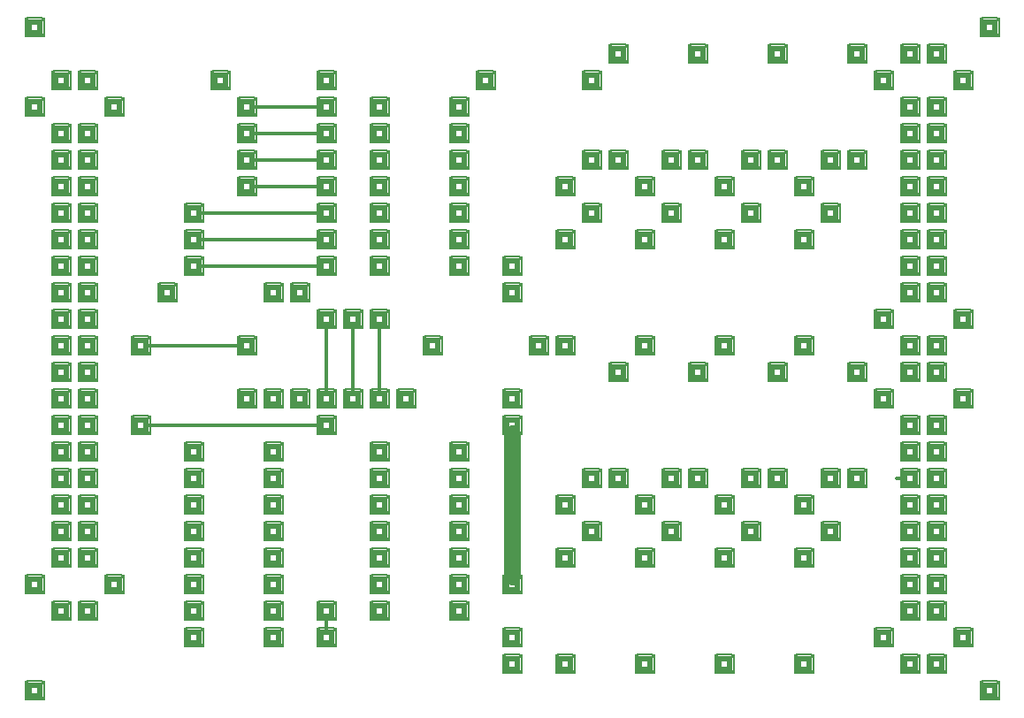
<source format=gtl>
%MOIN*%
%FSLAX23Y23*%
%ADD10C,.012*%
%ADD11C,.062*%
%ADD12C,.050X.024*%
%ADD13R,.062X.062X.024*%
%ADD14C,.016*%
%ADD15R,.008X.062*%
%ADD16R,.062X.008*%
%ADD17C,.008*%
%LPD*%
G90*X0Y0D02*D13*X50Y100D03*D14*X81Y131D03*Y69D03* 
X19Y131D03*Y69D03*D15*X85Y100D03*X15D03*D16*      
X50Y135D03*Y65D03*D13*X250Y400D03*D14*X281Y431D03*
Y369D03*X219Y431D03*Y369D03*D15*X285Y400D03*      
X215D03*D16*X250Y435D03*Y365D03*D13*X150Y400D03*  
D14*X181Y431D03*Y369D03*X119Y431D03*Y369D03*D15*  
X185Y400D03*X115D03*D16*X150Y435D03*Y365D03*D13*  
X350Y500D03*D14*X381Y531D03*Y469D03*X319Y531D03*  
Y469D03*D15*X385Y500D03*X315D03*D16*X350Y535D03*  
Y465D03*D13*X50Y500D03*D14*X81Y531D03*Y469D03*    
X19Y531D03*Y469D03*D15*X85Y500D03*X15D03*D16*     
X50Y535D03*Y465D03*D13*X250Y600D03*D14*           
X281Y631D03*Y569D03*X219Y631D03*Y569D03*D15*      
X285Y600D03*X215D03*D16*X250Y635D03*Y565D03*D13*  
X150Y600D03*D14*X181Y631D03*Y569D03*X119Y631D03*  
Y569D03*D15*X185Y600D03*X115D03*D16*X150Y635D03*  
Y565D03*D13*X650Y300D03*D14*X681Y331D03*Y269D03*  
X619Y331D03*Y269D03*D15*X685Y300D03*X615D03*D16*  
X650Y335D03*Y265D03*D13*Y400D03*D14*X681Y431D03*  
Y369D03*X619Y431D03*Y369D03*D15*X685Y400D03*      
X615D03*D16*X650Y435D03*Y365D03*D13*Y500D03*D14*  
X681Y531D03*Y469D03*X619Y531D03*Y469D03*D15*      
X685Y500D03*X615D03*D16*X650Y535D03*Y465D03*D13*  
Y600D03*D14*X681Y631D03*Y569D03*X619Y631D03*      
Y569D03*D15*X685Y600D03*X615D03*D16*X650Y635D03*  
Y565D03*D13*Y700D03*D14*X681Y731D03*Y669D03*      
X619Y731D03*Y669D03*D15*X685Y700D03*X615D03*D16*  
X650Y735D03*Y665D03*D13*X250Y700D03*D14*          
X281Y731D03*Y669D03*X219Y731D03*Y669D03*D15*      
X285Y700D03*X215D03*D16*X250Y735D03*Y665D03*D13*  
X150Y700D03*D14*X181Y731D03*Y669D03*X119Y731D03*  
Y669D03*D15*X185Y700D03*X115D03*D16*X150Y735D03*  
Y665D03*D13*X650Y800D03*D14*X681Y831D03*Y769D03*  
X619Y831D03*Y769D03*D15*X685Y800D03*X615D03*D16*  
X650Y835D03*Y765D03*D13*X250Y800D03*D14*          
X281Y831D03*Y769D03*X219Y831D03*Y769D03*D15*      
X285Y800D03*X215D03*D16*X250Y835D03*Y765D03*D13*  
X150Y800D03*D14*X181Y831D03*Y769D03*X119Y831D03*  
Y769D03*D15*X185Y800D03*X115D03*D16*X150Y835D03*  
Y765D03*D13*X650Y900D03*D14*X681Y931D03*Y869D03*  
X619Y931D03*Y869D03*D15*X685Y900D03*X615D03*D16*  
X650Y935D03*Y865D03*D13*X250Y900D03*D14*          
X281Y931D03*Y869D03*X219Y931D03*Y869D03*D15*      
X285Y900D03*X215D03*D16*X250Y935D03*Y865D03*D13*  
X150Y900D03*D14*X181Y931D03*Y869D03*X119Y931D03*  
Y869D03*D15*X185Y900D03*X115D03*D16*X150Y935D03*  
Y865D03*D13*X950Y300D03*D14*X981Y331D03*Y269D03*  
X919Y331D03*Y269D03*D15*X985Y300D03*X915D03*D16*  
X950Y335D03*Y265D03*D13*Y400D03*D14*X981Y431D03*  
Y369D03*X919Y431D03*Y369D03*D15*X985Y400D03*      
X915D03*D16*X950Y435D03*Y365D03*D13*Y500D03*D14*  
X981Y531D03*Y469D03*X919Y531D03*Y469D03*D15*      
X985Y500D03*X915D03*D16*X950Y535D03*Y465D03*D13*  
Y600D03*D14*X981Y631D03*Y569D03*X919Y631D03*      
Y569D03*D15*X985Y600D03*X915D03*D16*X950Y635D03*  
Y565D03*D13*Y700D03*D14*X981Y731D03*Y669D03*      
X919Y731D03*Y669D03*D15*X985Y700D03*X915D03*D16*  
X950Y735D03*Y665D03*D13*Y800D03*D14*X981Y831D03*  
Y769D03*X919Y831D03*Y769D03*D15*X985Y800D03*      
X915D03*D16*X950Y835D03*Y765D03*D13*Y900D03*D14*  
X981Y931D03*Y869D03*X919Y931D03*Y869D03*D15*      
X985Y900D03*X915D03*D16*X950Y935D03*Y865D03*D13*  
Y1000D03*D14*X981Y1031D03*Y969D03*X919Y1031D03*   
Y969D03*D15*X985Y1000D03*X915D03*D16*X950Y1035D03*
Y965D03*D13*X650Y1000D03*D14*X681Y1031D03*Y969D03*
X619Y1031D03*Y969D03*D15*X685Y1000D03*X615D03*D16*
X650Y1035D03*Y965D03*D13*X250Y1000D03*D14*        
X281Y1031D03*Y969D03*X219Y1031D03*Y969D03*D15*    
X285Y1000D03*X215D03*D16*X250Y1035D03*Y965D03*D13*
X150Y1000D03*D14*X181Y1031D03*Y969D03*            
X119Y1031D03*Y969D03*D15*X185Y1000D03*X115D03*D16*
X150Y1035D03*Y965D03*D13*X450Y1100D03*D14*        
X481Y1131D03*Y1069D03*X419Y1131D03*Y1069D03*D15*  
X485Y1100D03*X415D03*D16*X450Y1135D03*Y1065D03*   
X481Y1100D02*D10*X1119D01*D13*X1150D03*D14*       
X1181Y1131D03*Y1069D03*X1119Y1131D03*Y1069D03*D15*
X1185Y1100D03*X1115D03*D16*X1150Y1135D03*Y1065D03*
D13*X1250Y1200D03*D14*X1281Y1231D03*Y1169D03*     
X1219Y1231D03*Y1169D03*D15*X1285Y1200D03*X1215D03*
D16*X1250Y1235D03*Y1165D03*Y1231D02*D10*Y1469D01* 
D13*Y1500D03*D14*X1281Y1531D03*Y1469D03*          
X1219Y1531D03*Y1469D03*D15*X1285Y1500D03*X1215D03*
D16*X1250Y1535D03*Y1465D03*D13*X1350Y1500D03*D14* 
X1381Y1531D03*Y1469D03*X1319Y1531D03*Y1469D03*D15*
X1385Y1500D03*X1315D03*D16*X1350Y1535D03*Y1465D03*
Y1469D02*D10*Y1231D01*D13*Y1200D03*D14*           
X1381Y1231D03*Y1169D03*X1319Y1231D03*Y1169D03*D15*
X1385Y1200D03*X1315D03*D16*X1350Y1235D03*Y1165D03*
D13*X1450Y1200D03*D14*X1481Y1231D03*Y1169D03*     
X1419Y1231D03*Y1169D03*D15*X1485Y1200D03*X1415D03*
D16*X1450Y1235D03*Y1165D03*D13*X1550Y1400D03*D14* 
X1581Y1431D03*Y1369D03*X1519Y1431D03*Y1369D03*D15*
X1585Y1400D03*X1515D03*D16*X1550Y1435D03*Y1365D03*
D13*X1150Y1200D03*D14*X1181Y1231D03*Y1169D03*     
X1119Y1231D03*Y1169D03*D15*X1185Y1200D03*X1115D03*
D16*X1150Y1235D03*Y1165D03*Y1231D02*D10*Y1469D01* 
D13*Y1500D03*D14*X1181Y1531D03*Y1469D03*          
X1119Y1531D03*Y1469D03*D15*X1185Y1500D03*X1115D03*
D16*X1150Y1535D03*Y1465D03*D13*X1050Y1600D03*D14* 
X1081Y1631D03*Y1569D03*X1019Y1631D03*Y1569D03*D15*
X1085Y1600D03*X1015D03*D16*X1050Y1635D03*Y1565D03*
D13*X1350Y1700D03*D14*X1381Y1731D03*Y1669D03*     
X1319Y1731D03*Y1669D03*D15*X1385Y1700D03*X1315D03*
D16*X1350Y1735D03*Y1665D03*D13*X950Y1600D03*D14*  
X981Y1631D03*Y1569D03*X919Y1631D03*Y1569D03*D15*  
X985Y1600D03*X915D03*D16*X950Y1635D03*Y1565D03*   
D13*X1150Y1700D03*D14*X1181Y1731D03*Y1669D03*     
X1119Y1731D03*Y1669D03*D15*X1185Y1700D03*X1115D03*
D16*X1150Y1735D03*Y1665D03*X1119Y1700D02*D10*     
X681D01*D13*X650D03*D14*X681Y1731D03*Y1669D03*    
X619Y1731D03*Y1669D03*D15*X685Y1700D03*X615D03*   
D16*X650Y1735D03*Y1665D03*D13*X550Y1600D03*D14*   
X581Y1631D03*Y1569D03*X519Y1631D03*Y1569D03*D15*  
X585Y1600D03*X515D03*D16*X550Y1635D03*Y1565D03*   
D13*X650Y1800D03*D14*X681Y1831D03*Y1769D03*       
X619Y1831D03*Y1769D03*D15*X685Y1800D03*X615D03*   
D16*X650Y1835D03*Y1765D03*X681Y1800D02*D10*       
X1119D01*D13*X1150D03*D14*X1181Y1831D03*Y1769D03* 
X1119Y1831D03*Y1769D03*D15*X1185Y1800D03*X1115D03*
D16*X1150Y1835D03*Y1765D03*D13*Y1900D03*D14*      
X1181Y1931D03*Y1869D03*X1119Y1931D03*Y1869D03*D15*
X1185Y1900D03*X1115D03*D16*X1150Y1935D03*Y1865D03*
X1119Y1900D02*D10*X681D01*D13*X650D03*D14*        
X681Y1931D03*Y1869D03*X619Y1931D03*Y1869D03*D15*  
X685Y1900D03*X615D03*D16*X650Y1935D03*Y1865D03*   
D13*X850Y2100D03*D14*X881Y2131D03*Y2069D03*       
X819Y2131D03*Y2069D03*D15*X885Y2100D03*X815D03*   
D16*X850Y2135D03*Y2065D03*X881Y2100D02*D10*       
X1119D01*D13*X1150D03*D14*X1181Y2131D03*Y2069D03* 
X1119Y2131D03*Y2069D03*D15*X1185Y2100D03*X1115D03*
D16*X1150Y2135D03*Y2065D03*D13*Y2200D03*D14*      
X1181Y2231D03*Y2169D03*X1119Y2231D03*Y2169D03*D15*
X1185Y2200D03*X1115D03*D16*X1150Y2235D03*Y2165D03*
X1119Y2200D02*D10*X881D01*D13*X850D03*D14*        
X881Y2231D03*Y2169D03*X819Y2231D03*Y2169D03*D15*  
X885Y2200D03*X815D03*D16*X850Y2235D03*Y2165D03*   
D13*Y2300D03*D14*X881Y2331D03*Y2269D03*           
X819Y2331D03*Y2269D03*D15*X885Y2300D03*X815D03*   
D16*X850Y2335D03*Y2265D03*X881Y2300D02*D10*       
X1119D01*D13*X1150D03*D14*X1181Y2331D03*Y2269D03* 
X1119Y2331D03*Y2269D03*D15*X1185Y2300D03*X1115D03*
D16*X1150Y2335D03*Y2265D03*D13*Y2400D03*D14*      
X1181Y2431D03*Y2369D03*X1119Y2431D03*Y2369D03*D15*
X1185Y2400D03*X1115D03*D16*X1150Y2435D03*Y2365D03*
D13*X1350Y2100D03*D14*X1381Y2131D03*Y2069D03*     
X1319Y2131D03*Y2069D03*D15*X1385Y2100D03*X1315D03*
D16*X1350Y2135D03*Y2065D03*D13*Y2200D03*D14*      
X1381Y2231D03*Y2169D03*X1319Y2231D03*Y2169D03*D15*
X1385Y2200D03*X1315D03*D16*X1350Y2235D03*Y2165D03*
D13*Y2300D03*D14*X1381Y2331D03*Y2269D03*          
X1319Y2331D03*Y2269D03*D15*X1385Y2300D03*X1315D03*
D16*X1350Y2335D03*Y2265D03*D13*X850Y2000D03*D14*  
X881Y2031D03*Y1969D03*X819Y2031D03*Y1969D03*D15*  
X885Y2000D03*X815D03*D16*X850Y2035D03*Y1965D03*   
X881Y2000D02*D10*X1119D01*D13*X1150D03*D14*       
X1181Y2031D03*Y1969D03*X1119Y2031D03*Y1969D03*D15*
X1185Y2000D03*X1115D03*D16*X1150Y2035D03*Y1965D03*
D13*X1350Y1800D03*D14*X1381Y1831D03*Y1769D03*     
X1319Y1831D03*Y1769D03*D15*X1385Y1800D03*X1315D03*
D16*X1350Y1835D03*Y1765D03*D13*Y1900D03*D14*      
X1381Y1931D03*Y1869D03*X1319Y1931D03*Y1869D03*D15*
X1385Y1900D03*X1315D03*D16*X1350Y1935D03*Y1865D03*
D13*Y2000D03*D14*X1381Y2031D03*Y1969D03*          
X1319Y2031D03*Y1969D03*D15*X1385Y2000D03*X1315D03*
D16*X1350Y2035D03*Y1965D03*D13*X750Y2400D03*D14*  
X781Y2431D03*Y2369D03*X719Y2431D03*Y2369D03*D15*  
X785Y2400D03*X715D03*D16*X750Y2435D03*Y2365D03*   
D13*X1650Y1700D03*D14*X1681Y1731D03*Y1669D03*     
X1619Y1731D03*Y1669D03*D15*X1685Y1700D03*X1615D03*
D16*X1650Y1735D03*Y1665D03*D13*Y1800D03*D14*      
X1681Y1831D03*Y1769D03*X1619Y1831D03*Y1769D03*D15*
X1685Y1800D03*X1615D03*D16*X1650Y1835D03*Y1765D03*
D13*Y1900D03*D14*X1681Y1931D03*Y1869D03*          
X1619Y1931D03*Y1869D03*D15*X1685Y1900D03*X1615D03*
D16*X1650Y1935D03*Y1865D03*D13*Y2000D03*D14*      
X1681Y2031D03*Y1969D03*X1619Y2031D03*Y1969D03*D15*
X1685Y2000D03*X1615D03*D16*X1650Y2035D03*Y1965D03*
D13*Y2100D03*D14*X1681Y2131D03*Y2069D03*          
X1619Y2131D03*Y2069D03*D15*X1685Y2100D03*X1615D03*
D16*X1650Y2135D03*Y2065D03*D13*Y2200D03*D14*      
X1681Y2231D03*Y2169D03*X1619Y2231D03*Y2169D03*D15*
X1685Y2200D03*X1615D03*D16*X1650Y2235D03*Y2165D03*
D13*Y2300D03*D14*X1681Y2331D03*Y2269D03*          
X1619Y2331D03*Y2269D03*D15*X1685Y2300D03*X1615D03*
D16*X1650Y2335D03*Y2265D03*D13*X850Y1400D03*D14*  
X881Y1431D03*Y1369D03*X819Y1431D03*Y1369D03*D15*  
X885Y1400D03*X815D03*D16*X850Y1435D03*Y1365D03*   
X819Y1400D02*D10*X481D01*D13*X450D03*D14*         
X481Y1431D03*Y1369D03*X419Y1431D03*Y1369D03*D15*  
X485Y1400D03*X415D03*D16*X450Y1435D03*Y1365D03*   
D13*X250Y1600D03*D14*X281Y1631D03*Y1569D03*       
X219Y1631D03*Y1569D03*D15*X285Y1600D03*X215D03*   
D16*X250Y1635D03*Y1565D03*D13*Y1200D03*D14*       
X281Y1231D03*Y1169D03*X219Y1231D03*Y1169D03*D15*  
X285Y1200D03*X215D03*D16*X250Y1235D03*Y1165D03*   
D13*Y1500D03*D14*X281Y1531D03*Y1469D03*           
X219Y1531D03*Y1469D03*D15*X285Y1500D03*X215D03*   
D16*X250Y1535D03*Y1465D03*D13*Y1400D03*D14*       
X281Y1431D03*Y1369D03*X219Y1431D03*Y1369D03*D15*  
X285Y1400D03*X215D03*D16*X250Y1435D03*Y1365D03*   
D13*Y1300D03*D14*X281Y1331D03*Y1269D03*           
X219Y1331D03*Y1269D03*D15*X285Y1300D03*X215D03*   
D16*X250Y1335D03*Y1265D03*D13*X150Y1700D03*D14*   
X181Y1731D03*Y1669D03*X119Y1731D03*Y1669D03*D15*  
X185Y1700D03*X115D03*D16*X150Y1735D03*Y1665D03*   
D13*Y1100D03*D14*X181Y1131D03*Y1069D03*           
X119Y1131D03*Y1069D03*D15*X185Y1100D03*X115D03*   
D16*X150Y1135D03*Y1065D03*D13*Y1600D03*D14*       
X181Y1631D03*Y1569D03*X119Y1631D03*Y1569D03*D15*  
X185Y1600D03*X115D03*D16*X150Y1635D03*Y1565D03*   
D13*X250Y1100D03*D14*X281Y1131D03*Y1069D03*       
X219Y1131D03*Y1069D03*D15*X285Y1100D03*X215D03*   
D16*X250Y1135D03*Y1065D03*D13*X150Y1500D03*D14*   
X181Y1531D03*Y1469D03*X119Y1531D03*Y1469D03*D15*  
X185Y1500D03*X115D03*D16*X150Y1535D03*Y1465D03*   
D13*Y1400D03*D14*X181Y1431D03*Y1369D03*           
X119Y1431D03*Y1369D03*D15*X185Y1400D03*X115D03*   
D16*X150Y1435D03*Y1365D03*D13*Y1300D03*D14*       
X181Y1331D03*Y1269D03*X119Y1331D03*Y1269D03*D15*  
X185Y1300D03*X115D03*D16*X150Y1335D03*Y1265D03*   
D13*X250Y1700D03*D14*X281Y1731D03*Y1669D03*       
X219Y1731D03*Y1669D03*D15*X285Y1700D03*X215D03*   
D16*X250Y1735D03*Y1665D03*D13*X150Y1200D03*D14*   
X181Y1231D03*Y1169D03*X119Y1231D03*Y1169D03*D15*  
X185Y1200D03*X115D03*D16*X150Y1235D03*Y1165D03*   
D13*X850Y1200D03*D14*X881Y1231D03*Y1169D03*       
X819Y1231D03*Y1169D03*D15*X885Y1200D03*X815D03*   
D16*X850Y1235D03*Y1165D03*D13*X250Y1800D03*D14*   
X281Y1831D03*Y1769D03*X219Y1831D03*Y1769D03*D15*  
X285Y1800D03*X215D03*D16*X250Y1835D03*Y1765D03*   
D13*X150Y1800D03*D14*X181Y1831D03*Y1769D03*       
X119Y1831D03*Y1769D03*D15*X185Y1800D03*X115D03*   
D16*X150Y1835D03*Y1765D03*D13*X950Y1200D03*D14*   
X981Y1231D03*Y1169D03*X919Y1231D03*Y1169D03*D15*  
X985Y1200D03*X915D03*D16*X950Y1235D03*Y1165D03*   
D13*X250Y1900D03*D14*X281Y1931D03*Y1869D03*       
X219Y1931D03*Y1869D03*D15*X285Y1900D03*X215D03*   
D16*X250Y1935D03*Y1865D03*D13*X150Y1900D03*D14*   
X181Y1931D03*Y1869D03*X119Y1931D03*Y1869D03*D15*  
X185Y1900D03*X115D03*D16*X150Y1935D03*Y1865D03*   
D13*X1050Y1200D03*D14*X1081Y1231D03*Y1169D03*     
X1019Y1231D03*Y1169D03*D15*X1085Y1200D03*X1015D03*
D16*X1050Y1235D03*Y1165D03*D13*X250Y2000D03*D14*  
X281Y2031D03*Y1969D03*X219Y2031D03*Y1969D03*D15*  
X285Y2000D03*X215D03*D16*X250Y2035D03*Y1965D03*   
D13*X150Y2000D03*D14*X181Y2031D03*Y1969D03*       
X119Y2031D03*Y1969D03*D15*X185Y2000D03*X115D03*   
D16*X150Y2035D03*Y1965D03*D13*X250Y2100D03*D14*   
X281Y2131D03*Y2069D03*X219Y2131D03*Y2069D03*D15*  
X285Y2100D03*X215D03*D16*X250Y2135D03*Y2065D03*   
D13*X150Y2100D03*D14*X181Y2131D03*Y2069D03*       
X119Y2131D03*Y2069D03*D15*X185Y2100D03*X115D03*   
D16*X150Y2135D03*Y2065D03*D13*X250Y2200D03*D14*   
X281Y2231D03*Y2169D03*X219Y2231D03*Y2169D03*D15*  
X285Y2200D03*X215D03*D16*X250Y2235D03*Y2165D03*   
D13*X150Y2200D03*D14*X181Y2231D03*Y2169D03*       
X119Y2231D03*Y2169D03*D15*X185Y2200D03*X115D03*   
D16*X150Y2235D03*Y2165D03*D13*X1350Y500D03*D14*   
X1381Y531D03*Y469D03*X1319Y531D03*Y469D03*D15*    
X1385Y500D03*X1315D03*D16*X1350Y535D03*Y465D03*   
D13*Y600D03*D14*X1381Y631D03*Y569D03*X1319Y631D03*
Y569D03*D15*X1385Y600D03*X1315D03*D16*            
X1350Y635D03*Y565D03*D13*Y700D03*D14*X1381Y731D03*
Y669D03*X1319Y731D03*Y669D03*D15*X1385Y700D03*    
X1315D03*D16*X1350Y735D03*Y665D03*D13*Y800D03*D14*
X1381Y831D03*Y769D03*X1319Y831D03*Y769D03*D15*    
X1385Y800D03*X1315D03*D16*X1350Y835D03*Y765D03*   
D13*Y900D03*D14*X1381Y931D03*Y869D03*X1319Y931D03*
Y869D03*D15*X1385Y900D03*X1315D03*D16*            
X1350Y935D03*Y865D03*D13*Y1000D03*D14*            
X1381Y1031D03*Y969D03*X1319Y1031D03*Y969D03*D15*  
X1385Y1000D03*X1315D03*D16*X1350Y1035D03*Y965D03* 
D13*X350Y2300D03*D14*X381Y2331D03*Y2269D03*       
X319Y2331D03*Y2269D03*D15*X385Y2300D03*X315D03*   
D16*X350Y2335D03*Y2265D03*D13*X50Y2300D03*D14*    
X81Y2331D03*Y2269D03*X19Y2331D03*Y2269D03*D15*    
X85Y2300D03*X15D03*D16*X50Y2335D03*Y2265D03*D13*  
X250Y2400D03*D14*X281Y2431D03*Y2369D03*           
X219Y2431D03*Y2369D03*D15*X285Y2400D03*X215D03*   
D16*X250Y2435D03*Y2365D03*D13*X150Y2400D03*D14*   
X181Y2431D03*Y2369D03*X119Y2431D03*Y2369D03*D15*  
X185Y2400D03*X115D03*D16*X150Y2435D03*Y2365D03*   
D13*X1150Y400D03*D14*X1181Y431D03*Y369D03*        
X1119Y431D03*Y369D03*D15*X1185Y400D03*X1115D03*   
D16*X1150Y435D03*Y365D03*Y369D02*D10*Y331D01*D13* 
Y300D03*D14*X1181Y331D03*Y269D03*X1119Y331D03*    
Y269D03*D15*X1185Y300D03*X1115D03*D16*            
X1150Y335D03*Y265D03*D13*X1350Y400D03*D14*        
X1381Y431D03*Y369D03*X1319Y431D03*Y369D03*D15*    
X1385Y400D03*X1315D03*D16*X1350Y435D03*Y365D03*   
D13*X1650Y800D03*D14*X1681Y831D03*Y769D03*        
X1619Y831D03*Y769D03*D15*X1685Y800D03*X1615D03*   
D16*X1650Y835D03*Y765D03*D13*Y400D03*D14*         
X1681Y431D03*Y369D03*X1619Y431D03*Y369D03*D15*    
X1685Y400D03*X1615D03*D16*X1650Y435D03*Y365D03*   
D13*Y500D03*D14*X1681Y531D03*Y469D03*X1619Y531D03*
Y469D03*D15*X1685Y500D03*X1615D03*D16*            
X1650Y535D03*Y465D03*D13*Y600D03*D14*X1681Y631D03*
Y569D03*X1619Y631D03*Y569D03*D15*X1685Y600D03*    
X1615D03*D16*X1650Y635D03*Y565D03*D13*Y700D03*D14*
X1681Y731D03*Y669D03*X1619Y731D03*Y669D03*D15*    
X1685Y700D03*X1615D03*D16*X1650Y735D03*Y665D03*   
D13*Y900D03*D14*X1681Y931D03*Y869D03*X1619Y931D03*
Y869D03*D15*X1685Y900D03*X1615D03*D16*            
X1650Y935D03*Y865D03*D13*Y1000D03*D14*            
X1681Y1031D03*Y969D03*X1619Y1031D03*Y969D03*D15*  
X1685Y1000D03*X1615D03*D16*X1650Y1035D03*Y965D03* 
D13*X1850Y200D03*D14*X1881Y231D03*Y169D03*        
X1819Y231D03*Y169D03*D15*X1885Y200D03*X1815D03*   
D16*X1850Y235D03*Y165D03*D13*Y300D03*D14*         
X1881Y331D03*Y269D03*X1819Y331D03*Y269D03*D15*    
X1885Y300D03*X1815D03*D16*X1850Y335D03*Y265D03*   
D13*Y500D03*D14*X1881Y531D03*Y469D03*X1819Y531D03*
Y469D03*D15*X1885Y500D03*X1815D03*D16*            
X1850Y535D03*Y465D03*Y531D02*D11*Y1069D01*D13*    
Y1100D03*D14*X1881Y1131D03*Y1069D03*X1819Y1131D03*
Y1069D03*D15*X1885Y1100D03*X1815D03*D16*          
X1850Y1135D03*Y1065D03*D13*Y1200D03*D14*          
X1881Y1231D03*Y1169D03*X1819Y1231D03*Y1169D03*D15*
X1885Y1200D03*X1815D03*D16*X1850Y1235D03*Y1165D03*
D13*X2150Y900D03*D14*X2181Y931D03*Y869D03*        
X2119Y931D03*Y869D03*D15*X2185Y900D03*X2115D03*   
D16*X2150Y935D03*Y865D03*D13*X2050Y1400D03*D14*   
X2081Y1431D03*Y1369D03*X2019Y1431D03*Y1369D03*D15*
X2085Y1400D03*X2015D03*D16*X2050Y1435D03*Y1365D03*
D13*X1950Y1400D03*D14*X1981Y1431D03*Y1369D03*     
X1919Y1431D03*Y1369D03*D15*X1985Y1400D03*X1915D03*
D16*X1950Y1435D03*Y1365D03*D13*X2050Y800D03*D14*  
X2081Y831D03*Y769D03*X2019Y831D03*Y769D03*D15*    
X2085Y800D03*X2015D03*D16*X2050Y835D03*Y765D03*   
D13*X2250Y900D03*D14*X2281Y931D03*Y869D03*        
X2219Y931D03*Y869D03*D15*X2285Y900D03*X2215D03*   
D16*X2250Y935D03*Y865D03*D13*Y1300D03*D14*        
X2281Y1331D03*Y1269D03*X2219Y1331D03*Y1269D03*D15*
X2285Y1300D03*X2215D03*D16*X2250Y1335D03*Y1265D03*
D13*X2150Y700D03*D14*X2181Y731D03*Y669D03*        
X2119Y731D03*Y669D03*D15*X2185Y700D03*X2115D03*   
D16*X2150Y735D03*Y665D03*D13*X2350Y600D03*D14*    
X2381Y631D03*Y569D03*X2319Y631D03*Y569D03*D15*    
X2385Y600D03*X2315D03*D16*X2350Y635D03*Y565D03*   
D13*Y800D03*D14*X2381Y831D03*Y769D03*X2319Y831D03*
Y769D03*D15*X2385Y800D03*X2315D03*D16*            
X2350Y835D03*Y765D03*D13*X1850Y1600D03*D14*       
X1881Y1631D03*Y1569D03*X1819Y1631D03*Y1569D03*D15*
X1885Y1600D03*X1815D03*D16*X1850Y1635D03*Y1565D03*
D13*X2050Y600D03*D14*X2081Y631D03*Y569D03*        
X2019Y631D03*Y569D03*D15*X2085Y600D03*X2015D03*   
D16*X2050Y635D03*Y565D03*D13*X2350Y1400D03*D14*   
X2381Y1431D03*Y1369D03*X2319Y1431D03*Y1369D03*D15*
X2385Y1400D03*X2315D03*D16*X2350Y1435D03*Y1365D03*
D13*X2450Y700D03*D14*X2481Y731D03*Y669D03*        
X2419Y731D03*Y669D03*D15*X2485Y700D03*X2415D03*   
D16*X2450Y735D03*Y665D03*D13*Y900D03*D14*         
X2481Y931D03*Y869D03*X2419Y931D03*Y869D03*D15*    
X2485Y900D03*X2415D03*D16*X2450Y935D03*Y865D03*   
D13*X1850Y1700D03*D14*X1881Y1731D03*Y1669D03*     
X1819Y1731D03*Y1669D03*D15*X1885Y1700D03*X1815D03*
D16*X1850Y1735D03*Y1665D03*D13*X2350Y1800D03*D14* 
X2381Y1831D03*Y1769D03*X2319Y1831D03*Y1769D03*D15*
X2385Y1800D03*X2315D03*D16*X2350Y1835D03*Y1765D03*
D13*X2550Y900D03*D14*X2581Y931D03*Y869D03*        
X2519Y931D03*Y869D03*D15*X2585Y900D03*X2515D03*   
D16*X2550Y935D03*Y865D03*D13*X2050Y1800D03*D14*   
X2081Y1831D03*Y1769D03*X2019Y1831D03*Y1769D03*D15*
X2085Y1800D03*X2015D03*D16*X2050Y1835D03*Y1765D03*
D13*X2550Y1300D03*D14*X2581Y1331D03*Y1269D03*     
X2519Y1331D03*Y1269D03*D15*X2585Y1300D03*X2515D03*
D16*X2550Y1335D03*Y1265D03*D13*X2450Y1900D03*D14* 
X2481Y1931D03*Y1869D03*X2419Y1931D03*Y1869D03*D15*
X2485Y1900D03*X2415D03*D16*X2450Y1935D03*Y1865D03*
D13*X2650Y600D03*D14*X2681Y631D03*Y569D03*        
X2619Y631D03*Y569D03*D15*X2685Y600D03*X2615D03*   
D16*X2650Y635D03*Y565D03*D13*Y800D03*D14*         
X2681Y831D03*Y769D03*X2619Y831D03*Y769D03*D15*    
X2685Y800D03*X2615D03*D16*X2650Y835D03*Y765D03*   
D13*X2150Y1900D03*D14*X2181Y1931D03*Y1869D03*     
X2119Y1931D03*Y1869D03*D15*X2185Y1900D03*X2115D03*
D16*X2150Y1935D03*Y1865D03*D13*X2650Y1400D03*D14* 
X2681Y1431D03*Y1369D03*X2619Y1431D03*Y1369D03*D15*
X2685Y1400D03*X2615D03*D16*X2650Y1435D03*Y1365D03*
D13*Y1800D03*D14*X2681Y1831D03*Y1769D03*          
X2619Y1831D03*Y1769D03*D15*X2685Y1800D03*X2615D03*
D16*X2650Y1835D03*Y1765D03*D13*Y2000D03*D14*      
X2681Y2031D03*Y1969D03*X2619Y2031D03*Y1969D03*D15*
X2685Y2000D03*X2615D03*D16*X2650Y2035D03*Y1965D03*
D13*X2350Y2000D03*D14*X2381Y2031D03*Y1969D03*     
X2319Y2031D03*Y1969D03*D15*X2385Y2000D03*X2315D03*
D16*X2350Y2035D03*Y1965D03*D13*X2750Y700D03*D14*  
X2781Y731D03*Y669D03*X2719Y731D03*Y669D03*D15*    
X2785Y700D03*X2715D03*D16*X2750Y735D03*Y665D03*   
D13*Y900D03*D14*X2781Y931D03*Y869D03*X2719Y931D03*
Y869D03*D15*X2785Y900D03*X2715D03*D16*            
X2750Y935D03*Y865D03*D13*X2050Y2000D03*D14*       
X2081Y2031D03*Y1969D03*X2019Y2031D03*Y1969D03*D15*
X2085Y2000D03*X2015D03*D16*X2050Y2035D03*Y1965D03*
D13*Y200D03*D14*X2081Y231D03*Y169D03*X2019Y231D03*
Y169D03*D15*X2085Y200D03*X2015D03*D16*            
X2050Y235D03*Y165D03*D13*X2350Y200D03*D14*        
X2381Y231D03*Y169D03*X2319Y231D03*Y169D03*D15*    
X2385Y200D03*X2315D03*D16*X2350Y235D03*Y165D03*   
D13*X2750Y1900D03*D14*X2781Y1931D03*Y1869D03*     
X2719Y1931D03*Y1869D03*D15*X2785Y1900D03*X2715D03*
D16*X2750Y1935D03*Y1865D03*D13*X2650Y200D03*D14*  
X2681Y231D03*Y169D03*X2619Y231D03*Y169D03*D15*    
X2685Y200D03*X2615D03*D16*X2650Y235D03*Y165D03*   
D13*X2850Y2100D03*D14*X2881Y2131D03*Y2069D03*     
X2819Y2131D03*Y2069D03*D15*X2885Y2100D03*X2815D03*
D16*X2850Y2135D03*Y2065D03*D13*X2750Y2100D03*D14* 
X2781Y2131D03*Y2069D03*X2719Y2131D03*Y2069D03*D15*
X2785Y2100D03*X2715D03*D16*X2750Y2135D03*Y2065D03*
D13*X2550Y2100D03*D14*X2581Y2131D03*Y2069D03*     
X2519Y2131D03*Y2069D03*D15*X2585Y2100D03*X2515D03*
D16*X2550Y2135D03*Y2065D03*D13*X2450Y2100D03*D14* 
X2481Y2131D03*Y2069D03*X2419Y2131D03*Y2069D03*D15*
X2485Y2100D03*X2415D03*D16*X2450Y2135D03*Y2065D03*
D13*X2250Y2100D03*D14*X2281Y2131D03*Y2069D03*     
X2219Y2131D03*Y2069D03*D15*X2285Y2100D03*X2215D03*
D16*X2250Y2135D03*Y2065D03*D13*X2150Y2100D03*D14* 
X2181Y2131D03*Y2069D03*X2119Y2131D03*Y2069D03*D15*
X2185Y2100D03*X2115D03*D16*X2150Y2135D03*Y2065D03*
D13*X2850Y900D03*D14*X2881Y931D03*Y869D03*        
X2819Y931D03*Y869D03*D15*X2885Y900D03*X2815D03*   
D16*X2850Y935D03*Y865D03*D13*Y1300D03*D14*        
X2881Y1331D03*Y1269D03*X2819Y1331D03*Y1269D03*D15*
X2885Y1300D03*X2815D03*D16*X2850Y1335D03*Y1265D03*
D13*X2950Y200D03*D14*X2981Y231D03*Y169D03*        
X2919Y231D03*Y169D03*D15*X2985Y200D03*X2915D03*   
D16*X2950Y235D03*Y165D03*D13*Y600D03*D14*         
X2981Y631D03*Y569D03*X2919Y631D03*Y569D03*D15*    
X2985Y600D03*X2915D03*D16*X2950Y635D03*Y565D03*   
D13*Y800D03*D14*X2981Y831D03*Y769D03*X2919Y831D03*
Y769D03*D15*X2985Y800D03*X2915D03*D16*            
X2950Y835D03*Y765D03*D13*Y1400D03*D14*            
X2981Y1431D03*Y1369D03*X2919Y1431D03*Y1369D03*D15*
X2985Y1400D03*X2915D03*D16*X2950Y1435D03*Y1365D03*
D13*Y1800D03*D14*X2981Y1831D03*Y1769D03*          
X2919Y1831D03*Y1769D03*D15*X2985Y1800D03*X2915D03*
D16*X2950Y1835D03*Y1765D03*D13*Y2000D03*D14*      
X2981Y2031D03*Y1969D03*X2919Y2031D03*Y1969D03*D15*
X2985Y2000D03*X2915D03*D16*X2950Y2035D03*Y1965D03*
D13*X3050Y700D03*D14*X3081Y731D03*Y669D03*        
X3019Y731D03*Y669D03*D15*X3085Y700D03*X3015D03*   
D16*X3050Y735D03*Y665D03*D13*Y900D03*D14*         
X3081Y931D03*Y869D03*X3019Y931D03*Y869D03*D15*    
X3085Y900D03*X3015D03*D16*X3050Y935D03*Y865D03*   
D13*Y1900D03*D14*X3081Y1931D03*Y1869D03*          
X3019Y1931D03*Y1869D03*D15*X3085Y1900D03*X3015D03*
D16*X3050Y1935D03*Y1865D03*D13*Y2100D03*D14*      
X3081Y2131D03*Y2069D03*X3019Y2131D03*Y2069D03*D15*
X3085Y2100D03*X3015D03*D16*X3050Y2135D03*Y2065D03*
D13*X2150Y2400D03*D14*X2181Y2431D03*Y2369D03*     
X2119Y2431D03*Y2369D03*D15*X2185Y2400D03*X2115D03*
D16*X2150Y2435D03*Y2365D03*D13*X3150Y900D03*D14*  
X3181Y931D03*Y869D03*X3119Y931D03*Y869D03*D15*    
X3185Y900D03*X3115D03*D16*X3150Y935D03*Y865D03*   
D13*X1750Y2400D03*D14*X1781Y2431D03*Y2369D03*     
X1719Y2431D03*Y2369D03*D15*X1785Y2400D03*X1715D03*
D16*X1750Y2435D03*Y2365D03*D13*X3150Y1300D03*D14* 
X3181Y1331D03*Y1269D03*X3119Y1331D03*Y1269D03*D15*
X3185Y1300D03*X3115D03*D16*X3150Y1335D03*Y1265D03*
D13*Y2100D03*D14*X3181Y2131D03*Y2069D03*          
X3119Y2131D03*Y2069D03*D15*X3185Y2100D03*X3115D03*
D16*X3150Y2135D03*Y2065D03*D13*Y2500D03*D14*      
X3181Y2531D03*Y2469D03*X3119Y2531D03*Y2469D03*D15*
X3185Y2500D03*X3115D03*D16*X3150Y2535D03*Y2465D03*
D13*X2850Y2500D03*D14*X2881Y2531D03*Y2469D03*     
X2819Y2531D03*Y2469D03*D15*X2885Y2500D03*X2815D03*
D16*X2850Y2535D03*Y2465D03*D13*X3250Y300D03*D14*  
X3281Y331D03*Y269D03*X3219Y331D03*Y269D03*D15*    
X3285Y300D03*X3215D03*D16*X3250Y335D03*Y265D03*   
D13*X2550Y2500D03*D14*X2581Y2531D03*Y2469D03*     
X2519Y2531D03*Y2469D03*D15*X2585Y2500D03*X2515D03*
D16*X2550Y2535D03*Y2465D03*D13*X2250Y2500D03*D14* 
X2281Y2531D03*Y2469D03*X2219Y2531D03*Y2469D03*D15*
X2285Y2500D03*X2215D03*D16*X2250Y2535D03*Y2465D03*
D13*X3250Y1200D03*D14*X3281Y1231D03*Y1169D03*     
X3219Y1231D03*Y1169D03*D15*X3285Y1200D03*X3215D03*
D16*X3250Y1235D03*Y1165D03*D13*Y1500D03*D14*      
X3281Y1531D03*Y1469D03*X3219Y1531D03*Y1469D03*D15*
X3285Y1500D03*X3215D03*D16*X3250Y1535D03*Y1465D03*
D13*Y2400D03*D14*X3281Y2431D03*Y2369D03*          
X3219Y2431D03*Y2369D03*D15*X3285Y2400D03*X3215D03*
D16*X3250Y2435D03*Y2365D03*X3300Y900D02*D10*      
X3319D01*D13*X3350D03*D14*X3381Y931D03*Y869D03*   
X3319Y931D03*Y869D03*D15*X3385Y900D03*X3315D03*   
D16*X3350Y935D03*Y865D03*D13*X3450Y800D03*D14*    
X3481Y831D03*Y769D03*X3419Y831D03*Y769D03*D15*    
X3485Y800D03*X3415D03*D16*X3450Y835D03*Y765D03*   
D13*Y1000D03*D14*X3481Y1031D03*Y969D03*           
X3419Y1031D03*Y969D03*D15*X3485Y1000D03*X3415D03* 
D16*X3450Y1035D03*Y965D03*D13*Y900D03*D14*        
X3481Y931D03*Y869D03*X3419Y931D03*Y869D03*D15*    
X3485Y900D03*X3415D03*D16*X3450Y935D03*Y865D03*   
D13*X3350Y1000D03*D14*X3381Y1031D03*Y969D03*      
X3319Y1031D03*Y969D03*D15*X3385Y1000D03*X3315D03* 
D16*X3350Y1035D03*Y965D03*D13*Y800D03*D14*        
X3381Y831D03*Y769D03*X3319Y831D03*Y769D03*D15*    
X3385Y800D03*X3315D03*D16*X3350Y835D03*Y765D03*   
D13*X3450Y1100D03*D14*X3481Y1131D03*Y1069D03*     
X3419Y1131D03*Y1069D03*D15*X3485Y1100D03*X3415D03*
D16*X3450Y1135D03*Y1065D03*D13*X3350Y1100D03*D14* 
X3381Y1131D03*Y1069D03*X3319Y1131D03*Y1069D03*D15*
X3385Y1100D03*X3315D03*D16*X3350Y1135D03*Y1065D03*
D13*Y700D03*D14*X3381Y731D03*Y669D03*X3319Y731D03*
Y669D03*D15*X3385Y700D03*X3315D03*D16*            
X3350Y735D03*Y665D03*D13*X3450Y700D03*D14*        
X3481Y731D03*Y669D03*X3419Y731D03*Y669D03*D15*    
X3485Y700D03*X3415D03*D16*X3450Y735D03*Y665D03*   
D13*X3550Y1200D03*D14*X3581Y1231D03*Y1169D03*     
X3519Y1231D03*Y1169D03*D15*X3585Y1200D03*X3515D03*
D16*X3550Y1235D03*Y1165D03*D13*X3350Y600D03*D14*  
X3381Y631D03*Y569D03*X3319Y631D03*Y569D03*D15*    
X3385Y600D03*X3315D03*D16*X3350Y635D03*Y565D03*   
D13*X3450Y600D03*D14*X3481Y631D03*Y569D03*        
X3419Y631D03*Y569D03*D15*X3485Y600D03*X3415D03*   
D16*X3450Y635D03*Y565D03*D13*Y1300D03*D14*        
X3481Y1331D03*Y1269D03*X3419Y1331D03*Y1269D03*D15*
X3485Y1300D03*X3415D03*D16*X3450Y1335D03*Y1265D03*
D13*X3350Y1300D03*D14*X3381Y1331D03*Y1269D03*     
X3319Y1331D03*Y1269D03*D15*X3385Y1300D03*X3315D03*
D16*X3350Y1335D03*Y1265D03*D13*Y500D03*D14*       
X3381Y531D03*Y469D03*X3319Y531D03*Y469D03*D15*    
X3385Y500D03*X3315D03*D16*X3350Y535D03*Y465D03*   
D13*X3450Y500D03*D14*X3481Y531D03*Y469D03*        
X3419Y531D03*Y469D03*D15*X3485Y500D03*X3415D03*   
D16*X3450Y535D03*Y465D03*D13*Y1400D03*D14*        
X3481Y1431D03*Y1369D03*X3419Y1431D03*Y1369D03*D15*
X3485Y1400D03*X3415D03*D16*X3450Y1435D03*Y1365D03*
D13*X3350Y1400D03*D14*X3381Y1431D03*Y1369D03*     
X3319Y1431D03*Y1369D03*D15*X3385Y1400D03*X3315D03*
D16*X3350Y1435D03*Y1365D03*D13*Y400D03*D14*       
X3381Y431D03*Y369D03*X3319Y431D03*Y369D03*D15*    
X3385Y400D03*X3315D03*D16*X3350Y435D03*Y365D03*   
D13*X3450Y400D03*D14*X3481Y431D03*Y369D03*        
X3419Y431D03*Y369D03*D15*X3485Y400D03*X3415D03*   
D16*X3450Y435D03*Y365D03*D13*X3550Y1500D03*D14*   
X3581Y1531D03*Y1469D03*X3519Y1531D03*Y1469D03*D15*
X3585Y1500D03*X3515D03*D16*X3550Y1535D03*Y1465D03*
D13*Y300D03*D14*X3581Y331D03*Y269D03*X3519Y331D03*
Y269D03*D15*X3585Y300D03*X3515D03*D16*            
X3550Y335D03*Y265D03*D13*X3450Y1600D03*D14*       
X3481Y1631D03*Y1569D03*X3419Y1631D03*Y1569D03*D15*
X3485Y1600D03*X3415D03*D16*X3450Y1635D03*Y1565D03*
D13*X3350Y1600D03*D14*X3381Y1631D03*Y1569D03*     
X3319Y1631D03*Y1569D03*D15*X3385Y1600D03*X3315D03*
D16*X3350Y1635D03*Y1565D03*D13*Y200D03*D14*       
X3381Y231D03*Y169D03*X3319Y231D03*Y169D03*D15*    
X3385Y200D03*X3315D03*D16*X3350Y235D03*Y165D03*   
D13*X3450Y200D03*D14*X3481Y231D03*Y169D03*        
X3419Y231D03*Y169D03*D15*X3485Y200D03*X3415D03*   
D16*X3450Y235D03*Y165D03*D13*Y1700D03*D14*        
X3481Y1731D03*Y1669D03*X3419Y1731D03*Y1669D03*D15*
X3485Y1700D03*X3415D03*D16*X3450Y1735D03*Y1665D03*
D13*X3350Y1700D03*D14*X3381Y1731D03*Y1669D03*     
X3319Y1731D03*Y1669D03*D15*X3385Y1700D03*X3315D03*
D16*X3350Y1735D03*Y1665D03*D13*X3650Y100D03*D14*  
X3681Y131D03*Y69D03*X3619Y131D03*Y69D03*D15*      
X3685Y100D03*X3615D03*D16*X3650Y135D03*Y65D03*D13*
X3450Y1800D03*D14*X3481Y1831D03*Y1769D03*         
X3419Y1831D03*Y1769D03*D15*X3485Y1800D03*X3415D03*
D16*X3450Y1835D03*Y1765D03*D13*X3350Y1800D03*D14* 
X3381Y1831D03*Y1769D03*X3319Y1831D03*Y1769D03*D15*
X3385Y1800D03*X3315D03*D16*X3350Y1835D03*Y1765D03*
D13*X3450Y1900D03*D14*X3481Y1931D03*Y1869D03*     
X3419Y1931D03*Y1869D03*D15*X3485Y1900D03*X3415D03*
D16*X3450Y1935D03*Y1865D03*D13*X3350Y1900D03*D14* 
X3381Y1931D03*Y1869D03*X3319Y1931D03*Y1869D03*D15*
X3385Y1900D03*X3315D03*D16*X3350Y1935D03*Y1865D03*
D13*X3450Y2000D03*D14*X3481Y2031D03*Y1969D03*     
X3419Y2031D03*Y1969D03*D15*X3485Y2000D03*X3415D03*
D16*X3450Y2035D03*Y1965D03*D13*X3350Y2000D03*D14* 
X3381Y2031D03*Y1969D03*X3319Y2031D03*Y1969D03*D15*
X3385Y2000D03*X3315D03*D16*X3350Y2035D03*Y1965D03*
D13*X3450Y2100D03*D14*X3481Y2131D03*Y2069D03*     
X3419Y2131D03*Y2069D03*D15*X3485Y2100D03*X3415D03*
D16*X3450Y2135D03*Y2065D03*D13*X3350Y2100D03*D14* 
X3381Y2131D03*Y2069D03*X3319Y2131D03*Y2069D03*D15*
X3385Y2100D03*X3315D03*D16*X3350Y2135D03*Y2065D03*
D13*X3450Y2200D03*D14*X3481Y2231D03*Y2169D03*     
X3419Y2231D03*Y2169D03*D15*X3485Y2200D03*X3415D03*
D16*X3450Y2235D03*Y2165D03*D13*X3350Y2200D03*D14* 
X3381Y2231D03*Y2169D03*X3319Y2231D03*Y2169D03*D15*
X3385Y2200D03*X3315D03*D16*X3350Y2235D03*Y2165D03*
D13*X3450Y2300D03*D14*X3481Y2331D03*Y2269D03*     
X3419Y2331D03*Y2269D03*D15*X3485Y2300D03*X3415D03*
D16*X3450Y2335D03*Y2265D03*D13*X3350Y2300D03*D14* 
X3381Y2331D03*Y2269D03*X3319Y2331D03*Y2269D03*D15*
X3385Y2300D03*X3315D03*D16*X3350Y2335D03*Y2265D03*
D13*X3550Y2400D03*D14*X3581Y2431D03*Y2369D03*     
X3519Y2431D03*Y2369D03*D15*X3585Y2400D03*X3515D03*
D16*X3550Y2435D03*Y2365D03*D13*X3450Y2500D03*D14* 
X3481Y2531D03*Y2469D03*X3419Y2531D03*Y2469D03*D15*
X3485Y2500D03*X3415D03*D16*X3450Y2535D03*Y2465D03*
D13*X3350Y2500D03*D14*X3381Y2531D03*Y2469D03*     
X3319Y2531D03*Y2469D03*D15*X3385Y2500D03*X3315D03*
D16*X3350Y2535D03*Y2465D03*D13*X3650Y2600D03*D14* 
X3681Y2631D03*Y2569D03*X3619Y2631D03*Y2569D03*D15*
X3685Y2600D03*X3615D03*D16*X3650Y2635D03*Y2565D03*
D13*X50Y2600D03*D14*X81Y2631D03*Y2569D03*         
X19Y2631D03*Y2569D03*D15*X85Y2600D03*X15D03*D16*  
X50Y2635D03*Y2565D03*M02*                         

</source>
